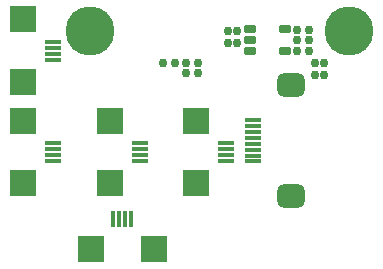
<source format=gts>
G04*
G04 #@! TF.GenerationSoftware,Altium Limited,Altium Designer,21.9.2 (33)*
G04*
G04 Layer_Color=8388736*
%FSLAX25Y25*%
%MOIN*%
G70*
G04*
G04 #@! TF.SameCoordinates,6337DD35-F76D-4253-AB87-260676900378*
G04*
G04*
G04 #@! TF.FilePolarity,Negative*
G04*
G01*
G75*
%ADD22R,0.09055X0.09055*%
%ADD23R,0.05315X0.01575*%
%ADD24R,0.09055X0.09055*%
%ADD25R,0.01575X0.05315*%
G04:AMPARAMS|DCode=26|XSize=92mil|YSize=78mil|CornerRadius=21mil|HoleSize=0mil|Usage=FLASHONLY|Rotation=0.000|XOffset=0mil|YOffset=0mil|HoleType=Round|Shape=RoundedRectangle|*
%AMROUNDEDRECTD26*
21,1,0.09200,0.03600,0,0,0.0*
21,1,0.05000,0.07800,0,0,0.0*
1,1,0.04200,0.02500,-0.01800*
1,1,0.04200,-0.02500,-0.01800*
1,1,0.04200,-0.02500,0.01800*
1,1,0.04200,0.02500,0.01800*
%
%ADD26ROUNDEDRECTD26*%
G04:AMPARAMS|DCode=27|XSize=26mil|YSize=26mil|CornerRadius=8mil|HoleSize=0mil|Usage=FLASHONLY|Rotation=0.000|XOffset=0mil|YOffset=0mil|HoleType=Round|Shape=RoundedRectangle|*
%AMROUNDEDRECTD27*
21,1,0.02600,0.01000,0,0,0.0*
21,1,0.01000,0.02600,0,0,0.0*
1,1,0.01600,0.00500,-0.00500*
1,1,0.01600,-0.00500,-0.00500*
1,1,0.01600,-0.00500,0.00500*
1,1,0.01600,0.00500,0.00500*
%
%ADD27ROUNDEDRECTD27*%
G04:AMPARAMS|DCode=28|XSize=29.62mil|YSize=41mil|CornerRadius=8.91mil|HoleSize=0mil|Usage=FLASHONLY|Rotation=90.000|XOffset=0mil|YOffset=0mil|HoleType=Round|Shape=RoundedRectangle|*
%AMROUNDEDRECTD28*
21,1,0.02962,0.02319,0,0,90.0*
21,1,0.01181,0.04100,0,0,90.0*
1,1,0.01781,0.01159,0.00591*
1,1,0.01781,0.01159,-0.00591*
1,1,0.01781,-0.01159,-0.00591*
1,1,0.01781,-0.01159,0.00591*
%
%ADD28ROUNDEDRECTD28*%
G04:AMPARAMS|DCode=29|XSize=26mil|YSize=26mil|CornerRadius=8mil|HoleSize=0mil|Usage=FLASHONLY|Rotation=270.000|XOffset=0mil|YOffset=0mil|HoleType=Round|Shape=RoundedRectangle|*
%AMROUNDEDRECTD29*
21,1,0.02600,0.01000,0,0,270.0*
21,1,0.01000,0.02600,0,0,270.0*
1,1,0.01600,-0.00500,-0.00500*
1,1,0.01600,-0.00500,0.00500*
1,1,0.01600,0.00500,0.00500*
1,1,0.01600,0.00500,-0.00500*
%
%ADD29ROUNDEDRECTD29*%
G04:AMPARAMS|DCode=30|XSize=56mil|YSize=16mil|CornerRadius=5.5mil|HoleSize=0mil|Usage=FLASHONLY|Rotation=180.000|XOffset=0mil|YOffset=0mil|HoleType=Round|Shape=RoundedRectangle|*
%AMROUNDEDRECTD30*
21,1,0.05600,0.00500,0,0,180.0*
21,1,0.04500,0.01600,0,0,180.0*
1,1,0.01100,-0.02250,0.00250*
1,1,0.01100,0.02250,0.00250*
1,1,0.01100,0.02250,-0.00250*
1,1,0.01100,-0.02250,-0.00250*
%
%ADD30ROUNDEDRECTD30*%
%ADD31C,0.16348*%
D22*
X-53771Y31767D02*
D03*
Y52633D02*
D03*
X-53600Y65600D02*
D03*
Y86466D02*
D03*
X3929Y31867D02*
D03*
Y52733D02*
D03*
X-24670Y31767D02*
D03*
Y52633D02*
D03*
D23*
X-43830Y45152D02*
D03*
Y43184D02*
D03*
Y41215D02*
D03*
Y39247D02*
D03*
X-43659Y78985D02*
D03*
Y77017D02*
D03*
Y75048D02*
D03*
Y73080D02*
D03*
X13871Y45252D02*
D03*
Y43284D02*
D03*
Y41315D02*
D03*
Y39347D02*
D03*
X-14729Y45152D02*
D03*
Y43184D02*
D03*
Y41215D02*
D03*
Y39247D02*
D03*
D24*
X-10167Y9929D02*
D03*
X-31033D02*
D03*
D25*
X-23552Y19871D02*
D03*
X-21584D02*
D03*
X-19615D02*
D03*
X-17647D02*
D03*
D26*
X35500Y64563D02*
D03*
Y27437D02*
D03*
D27*
X43500Y72000D02*
D03*
Y68000D02*
D03*
X46500D02*
D03*
Y72000D02*
D03*
X17500Y78500D02*
D03*
Y82500D02*
D03*
X14500Y78500D02*
D03*
Y82500D02*
D03*
D28*
X22095Y75760D02*
D03*
Y79500D02*
D03*
Y83240D02*
D03*
X33494D02*
D03*
Y75760D02*
D03*
D29*
X-7000Y72000D02*
D03*
X-3000D02*
D03*
X4500D02*
D03*
X500D02*
D03*
X4500Y68500D02*
D03*
X500D02*
D03*
X41500Y83000D02*
D03*
X37500D02*
D03*
X41500Y79500D02*
D03*
X37500D02*
D03*
X41500Y76000D02*
D03*
X37500D02*
D03*
D30*
X23100Y52890D02*
D03*
Y50921D02*
D03*
Y48953D02*
D03*
Y46984D02*
D03*
Y45016D02*
D03*
Y43047D02*
D03*
Y41079D02*
D03*
Y39110D02*
D03*
D31*
X55118Y82677D02*
D03*
X-31496D02*
D03*
M02*

</source>
